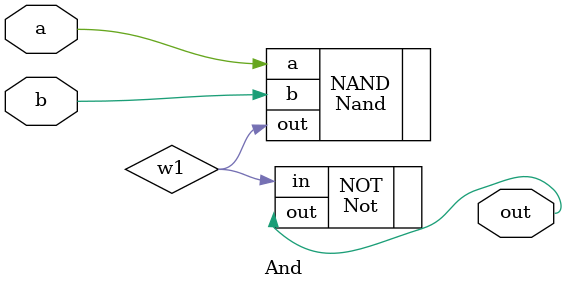
<source format=v>
/**
 * And gate: 
 * out = 1 if (a == 1 and b == 1)
 *       0 otherwise
 */

`default_nettype none
module And(
	input a,
	input b,
	output out
);
  wire w1;
  Nand NAND(.a(a), .b(b), .out(w1));
  Not NOT(.in(w1), .out(out));
endmodule

</source>
